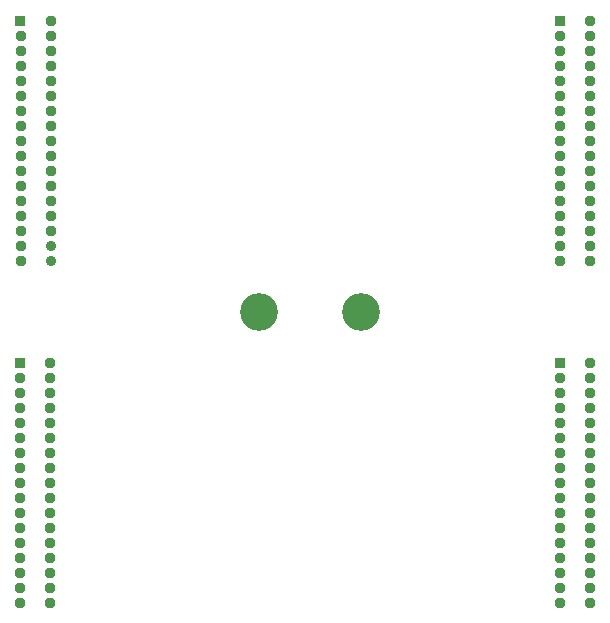
<source format=gbr>
%TF.GenerationSoftware,KiCad,Pcbnew,7.0.7*%
%TF.CreationDate,2023-09-08T13:53:37-04:00*%
%TF.ProjectId,Temps_South_DCT_HSK,54656d70-735f-4536-9f75-74685f444354,rev?*%
%TF.SameCoordinates,Original*%
%TF.FileFunction,Soldermask,Bot*%
%TF.FilePolarity,Negative*%
%FSLAX46Y46*%
G04 Gerber Fmt 4.6, Leading zero omitted, Abs format (unit mm)*
G04 Created by KiCad (PCBNEW 7.0.7) date 2023-09-08 13:53:37*
%MOMM*%
%LPD*%
G01*
G04 APERTURE LIST*
%ADD10C,3.200000*%
%ADD11R,0.940800X0.940800*%
%ADD12C,0.940800*%
%ADD13C,0.890000*%
G04 APERTURE END LIST*
D10*
%TO.C,REFe*%
X122783600Y-75565000D03*
%TD*%
%TO.C,REF\u002A\u002A*%
X114173000Y-75565000D03*
%TD*%
D11*
%TO.C,J2*%
X93944440Y-79857600D03*
D12*
X96504760Y-79857600D03*
X93954600Y-81127600D03*
X96494600Y-81127600D03*
X93954600Y-82397600D03*
X96494600Y-82397600D03*
X93954600Y-83667600D03*
X96494600Y-83667600D03*
X93954600Y-84937600D03*
X96494600Y-84937600D03*
X93954600Y-86207600D03*
X96494600Y-86207600D03*
X93954600Y-87477600D03*
X96494600Y-87477600D03*
X93954600Y-88747600D03*
X96494600Y-88747600D03*
X93954600Y-90017600D03*
X96494600Y-90017600D03*
X93954600Y-91287600D03*
X96494600Y-91287600D03*
X93954600Y-92557600D03*
X96494600Y-92557600D03*
X93954600Y-93827600D03*
X96494600Y-93827600D03*
X93954600Y-95097600D03*
X96494600Y-95097600D03*
X93954600Y-96367600D03*
X96494600Y-96367600D03*
X93954600Y-97637600D03*
X96494600Y-97637600D03*
X93954600Y-98907600D03*
X96494600Y-98907600D03*
X93954600Y-100177600D03*
X96494600Y-100177600D03*
%TD*%
D11*
%TO.C,J3*%
X139664440Y-50952400D03*
D12*
X142224760Y-50952400D03*
X139674600Y-52222400D03*
X142214600Y-52222400D03*
X139674600Y-53492400D03*
X142214600Y-53492400D03*
X139674600Y-54762400D03*
X142214600Y-54762400D03*
X139674600Y-56032400D03*
X142214600Y-56032400D03*
X139674600Y-57302400D03*
X142214600Y-57302400D03*
X139674600Y-58572400D03*
X142214600Y-58572400D03*
X139674600Y-59842400D03*
X142214600Y-59842400D03*
X139674600Y-61112400D03*
X142214600Y-61112400D03*
X139674600Y-62382400D03*
X142214600Y-62382400D03*
X139674600Y-63652400D03*
X142214600Y-63652400D03*
X139674600Y-64922400D03*
X142214600Y-64922400D03*
X139674600Y-66192400D03*
X142214600Y-66192400D03*
X139674600Y-67462400D03*
X142214600Y-67462400D03*
X139674600Y-68732400D03*
X142214600Y-68732400D03*
X139674600Y-70002400D03*
X142214600Y-70002400D03*
X139674600Y-71272400D03*
X142214600Y-71272400D03*
%TD*%
D11*
%TO.C,J4*%
X139659840Y-79857600D03*
D12*
X142220160Y-79857600D03*
X139670000Y-81127600D03*
X142210000Y-81127600D03*
X139670000Y-82397600D03*
X142210000Y-82397600D03*
X139670000Y-83667600D03*
X142210000Y-83667600D03*
X139670000Y-84937600D03*
X142210000Y-84937600D03*
X139670000Y-86207600D03*
X142210000Y-86207600D03*
X139670000Y-87477600D03*
X142210000Y-87477600D03*
X139670000Y-88747600D03*
X142210000Y-88747600D03*
X139670000Y-90017600D03*
X142210000Y-90017600D03*
X139670000Y-91287600D03*
X142210000Y-91287600D03*
X139670000Y-92557600D03*
X142210000Y-92557600D03*
X139670000Y-93827600D03*
X142210000Y-93827600D03*
X139670000Y-95097600D03*
X142210000Y-95097600D03*
X139670000Y-96367600D03*
X142210000Y-96367600D03*
X139670000Y-97637600D03*
X142210000Y-97637600D03*
X139670000Y-98907600D03*
X142210000Y-98907600D03*
X139670000Y-100177600D03*
X142210000Y-100177600D03*
%TD*%
D11*
%TO.C,J1*%
X93969840Y-50901600D03*
D12*
X96530160Y-50901600D03*
X93980000Y-52171600D03*
X96520000Y-52171600D03*
X93980000Y-53441600D03*
X96520000Y-53441600D03*
X93980000Y-54711600D03*
X96520000Y-54711600D03*
X93980000Y-55981600D03*
X96520000Y-55981600D03*
X93980000Y-57251600D03*
X96520000Y-57251600D03*
X93980000Y-58521600D03*
X96520000Y-58521600D03*
X93980000Y-59791600D03*
X96520000Y-59791600D03*
X93980000Y-61061600D03*
X96520000Y-61061600D03*
X93980000Y-62331600D03*
X96520000Y-62331600D03*
X93980000Y-63601600D03*
X96520000Y-63601600D03*
X93980000Y-64871600D03*
X96520000Y-64871600D03*
X93980000Y-66141600D03*
X96520000Y-66141600D03*
X93980000Y-67411600D03*
X96520000Y-67411600D03*
X93980000Y-68681600D03*
X96520000Y-68681600D03*
X93980000Y-69951600D03*
D13*
X96520000Y-69951600D03*
D12*
X93980000Y-71221600D03*
D13*
X96520000Y-71221600D03*
%TD*%
M02*

</source>
